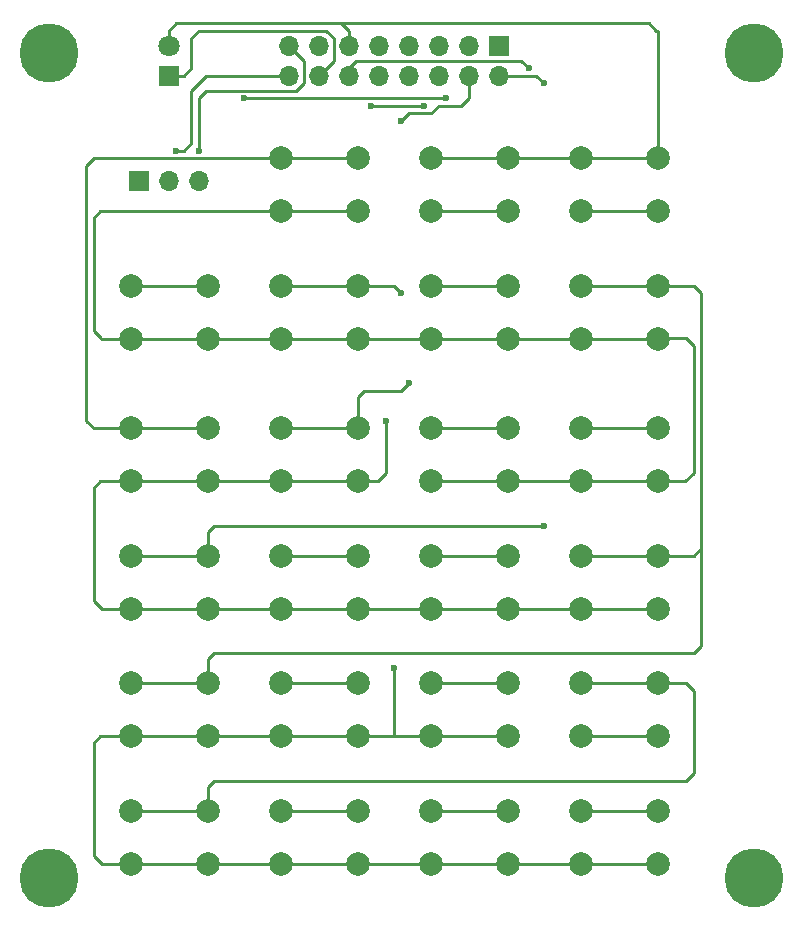
<source format=gtl>
G04 #@! TF.FileFunction,Copper,L1,Top,Signal*
%FSLAX46Y46*%
G04 Gerber Fmt 4.6, Leading zero omitted, Abs format (unit mm)*
G04 Created by KiCad (PCBNEW 4.0.7) date 09/06/19 15:29:48*
%MOMM*%
%LPD*%
G01*
G04 APERTURE LIST*
%ADD10C,0.100000*%
%ADD11R,1.800000X1.800000*%
%ADD12C,1.800000*%
%ADD13R,1.700000X1.700000*%
%ADD14O,1.700000X1.700000*%
%ADD15C,2.000000*%
%ADD16C,5.000000*%
%ADD17C,0.600000*%
%ADD18C,0.250000*%
G04 APERTURE END LIST*
D10*
D11*
X101600000Y-60325000D03*
D12*
X101600000Y-57785000D03*
D13*
X129540000Y-57785000D03*
D14*
X129540000Y-60325000D03*
X127000000Y-57785000D03*
X127000000Y-60325000D03*
X124460000Y-57785000D03*
X124460000Y-60325000D03*
X121920000Y-57785000D03*
X121920000Y-60325000D03*
X119380000Y-57785000D03*
X119380000Y-60325000D03*
X116840000Y-57785000D03*
X116840000Y-60325000D03*
X114300000Y-57785000D03*
X114300000Y-60325000D03*
X111760000Y-57785000D03*
X111760000Y-60325000D03*
D15*
X98425000Y-127055000D03*
X98425000Y-122555000D03*
X104925000Y-127055000D03*
X104925000Y-122555000D03*
X136525000Y-116260000D03*
X136525000Y-111760000D03*
X143025000Y-116260000D03*
X143025000Y-111760000D03*
X123825000Y-94670000D03*
X123825000Y-90170000D03*
X130325000Y-94670000D03*
X130325000Y-90170000D03*
X111125000Y-127055000D03*
X111125000Y-122555000D03*
X117625000Y-127055000D03*
X117625000Y-122555000D03*
X98425000Y-105465000D03*
X98425000Y-100965000D03*
X104925000Y-105465000D03*
X104925000Y-100965000D03*
X136525000Y-94670000D03*
X136525000Y-90170000D03*
X143025000Y-94670000D03*
X143025000Y-90170000D03*
X123825000Y-127055000D03*
X123825000Y-122555000D03*
X130325000Y-127055000D03*
X130325000Y-122555000D03*
X111125000Y-105465000D03*
X111125000Y-100965000D03*
X117625000Y-105465000D03*
X117625000Y-100965000D03*
X98425000Y-82605000D03*
X98425000Y-78105000D03*
X104925000Y-82605000D03*
X104925000Y-78105000D03*
X136525000Y-127055000D03*
X136525000Y-122555000D03*
X143025000Y-127055000D03*
X143025000Y-122555000D03*
X123825000Y-105465000D03*
X123825000Y-100965000D03*
X130325000Y-105465000D03*
X130325000Y-100965000D03*
X111125000Y-82605000D03*
X111125000Y-78105000D03*
X117625000Y-82605000D03*
X117625000Y-78105000D03*
X98425000Y-116260000D03*
X98425000Y-111760000D03*
X104925000Y-116260000D03*
X104925000Y-111760000D03*
X136525000Y-105465000D03*
X136525000Y-100965000D03*
X143025000Y-105465000D03*
X143025000Y-100965000D03*
X136525000Y-82605000D03*
X136525000Y-78105000D03*
X143025000Y-82605000D03*
X143025000Y-78105000D03*
X111125000Y-116260000D03*
X111125000Y-111760000D03*
X117625000Y-116260000D03*
X117625000Y-111760000D03*
X98425000Y-94670000D03*
X98425000Y-90170000D03*
X104925000Y-94670000D03*
X104925000Y-90170000D03*
X111125000Y-71810000D03*
X111125000Y-67310000D03*
X117625000Y-71810000D03*
X117625000Y-67310000D03*
X123825000Y-116260000D03*
X123825000Y-111760000D03*
X130325000Y-116260000D03*
X130325000Y-111760000D03*
X111125000Y-94670000D03*
X111125000Y-90170000D03*
X117625000Y-94670000D03*
X117625000Y-90170000D03*
X123825000Y-82605000D03*
X123825000Y-78105000D03*
X130325000Y-82605000D03*
X130325000Y-78105000D03*
X136525000Y-71810000D03*
X136525000Y-67310000D03*
X143025000Y-71810000D03*
X143025000Y-67310000D03*
X123825000Y-71810000D03*
X123825000Y-67310000D03*
X130325000Y-71810000D03*
X130325000Y-67310000D03*
D16*
X91440000Y-58420000D03*
X151130000Y-58420000D03*
X91440000Y-128270000D03*
X151130000Y-128270000D03*
D13*
X99060000Y-69215000D03*
D14*
X101600000Y-69215000D03*
X104140000Y-69215000D03*
D17*
X132080000Y-59690000D03*
X104140000Y-66675000D03*
X102235000Y-66675000D03*
X133350000Y-60960000D03*
X133350000Y-98425000D03*
X125095000Y-62230000D03*
X107950000Y-62230000D03*
X121285000Y-64135000D03*
X121285000Y-78740000D03*
X118745000Y-62865000D03*
X123190000Y-62865000D03*
X121920000Y-86360000D03*
X120650000Y-110490000D03*
X120015000Y-89535000D03*
D18*
X114300000Y-60325000D02*
X115570000Y-59055000D01*
X114935000Y-56515000D02*
X112395000Y-56515000D01*
X115570000Y-57150000D02*
X114935000Y-56515000D01*
X115570000Y-59055000D02*
X115570000Y-57150000D01*
X102870000Y-60325000D02*
X101600000Y-60325000D01*
X112395000Y-56515000D02*
X104140000Y-56515000D01*
X104140000Y-56515000D02*
X103505000Y-57150000D01*
X103505000Y-57150000D02*
X103505000Y-59690000D01*
X103505000Y-59690000D02*
X102870000Y-60325000D01*
X143025000Y-56515000D02*
X142875000Y-56515000D01*
X142875000Y-56515000D02*
X142240000Y-55880000D01*
X116205000Y-55880000D02*
X142240000Y-55880000D01*
X143025000Y-56515000D02*
X143025000Y-67310000D01*
X116840000Y-57785000D02*
X116840000Y-56515000D01*
X101600000Y-56515000D02*
X101600000Y-57785000D01*
X102235000Y-55880000D02*
X101600000Y-56515000D01*
X116205000Y-55880000D02*
X102235000Y-55880000D01*
X116840000Y-56515000D02*
X116205000Y-55880000D01*
X136525000Y-67310000D02*
X143025000Y-67310000D01*
X130325000Y-67310000D02*
X136525000Y-67310000D01*
X123825000Y-67310000D02*
X130325000Y-67310000D01*
X116840000Y-60325000D02*
X116840000Y-59690000D01*
X116840000Y-59690000D02*
X117475000Y-59055000D01*
X117475000Y-59055000D02*
X131445000Y-59055000D01*
X131445000Y-59055000D02*
X132080000Y-59690000D01*
X130325000Y-71810000D02*
X123825000Y-71810000D01*
X136525000Y-71810000D02*
X143025000Y-71810000D01*
X106045000Y-61595000D02*
X104775000Y-61595000D01*
X104140000Y-62230000D02*
X104140000Y-66675000D01*
X104775000Y-61595000D02*
X104140000Y-62230000D01*
X111760000Y-57785000D02*
X113030000Y-59055000D01*
X112395000Y-61595000D02*
X106045000Y-61595000D01*
X113030000Y-60960000D02*
X112395000Y-61595000D01*
X113030000Y-59055000D02*
X113030000Y-60960000D01*
X103505000Y-61595000D02*
X103505000Y-66040000D01*
X102870000Y-66675000D02*
X102235000Y-66675000D01*
X103505000Y-66040000D02*
X102870000Y-66675000D01*
X111760000Y-60325000D02*
X104775000Y-60325000D01*
X104775000Y-60325000D02*
X103505000Y-61595000D01*
X107315000Y-120015000D02*
X105410000Y-120015000D01*
X104925000Y-120500000D02*
X104925000Y-122555000D01*
X105410000Y-120015000D02*
X104925000Y-120500000D01*
X104925000Y-122555000D02*
X104925000Y-122405000D01*
X145415000Y-111760000D02*
X143025000Y-111760000D01*
X146050000Y-112395000D02*
X145415000Y-111760000D01*
X146050000Y-119380000D02*
X146050000Y-112395000D01*
X145415000Y-120015000D02*
X146050000Y-119380000D01*
X107315000Y-120015000D02*
X145415000Y-120015000D01*
X130325000Y-90170000D02*
X123825000Y-90170000D01*
X136525000Y-111760000D02*
X143025000Y-111760000D01*
X104925000Y-122555000D02*
X98425000Y-122555000D01*
X132715000Y-60325000D02*
X129540000Y-60325000D01*
X133350000Y-60960000D02*
X132715000Y-60325000D01*
X104925000Y-100965000D02*
X104925000Y-98910000D01*
X105410000Y-98425000D02*
X133350000Y-98425000D01*
X104925000Y-98910000D02*
X105410000Y-98425000D01*
X136525000Y-90170000D02*
X143025000Y-90170000D01*
X98425000Y-100965000D02*
X104925000Y-100965000D01*
X111125000Y-122555000D02*
X117625000Y-122555000D01*
X107950000Y-62230000D02*
X125095000Y-62230000D01*
X104925000Y-78105000D02*
X98425000Y-78105000D01*
X111125000Y-100965000D02*
X117625000Y-100965000D01*
X130325000Y-122555000D02*
X123825000Y-122555000D01*
X127000000Y-62230000D02*
X127000000Y-60325000D01*
X126365000Y-62865000D02*
X127000000Y-62230000D01*
X124460000Y-62865000D02*
X126365000Y-62865000D01*
X123825000Y-63500000D02*
X124460000Y-62865000D01*
X121920000Y-63500000D02*
X123825000Y-63500000D01*
X121285000Y-64135000D02*
X121920000Y-63500000D01*
X120650000Y-78105000D02*
X117625000Y-78105000D01*
X121285000Y-78740000D02*
X120650000Y-78105000D01*
X117625000Y-78105000D02*
X111125000Y-78105000D01*
X123825000Y-100965000D02*
X130325000Y-100965000D01*
X143025000Y-122555000D02*
X136525000Y-122555000D01*
X104925000Y-111760000D02*
X104925000Y-109705000D01*
X146685000Y-108585000D02*
X146685000Y-100330000D01*
X146050000Y-109220000D02*
X146685000Y-108585000D01*
X105410000Y-109220000D02*
X146050000Y-109220000D01*
X104925000Y-109705000D02*
X105410000Y-109220000D01*
X143025000Y-100965000D02*
X146050000Y-100965000D01*
X146050000Y-100965000D02*
X146685000Y-100330000D01*
X146050000Y-78105000D02*
X143025000Y-78105000D01*
X146685000Y-100330000D02*
X146685000Y-78740000D01*
X146685000Y-78740000D02*
X146050000Y-78105000D01*
X136525000Y-78105000D02*
X143025000Y-78105000D01*
X136525000Y-100965000D02*
X143025000Y-100965000D01*
X104925000Y-111760000D02*
X98425000Y-111760000D01*
X123190000Y-62865000D02*
X118745000Y-62865000D01*
X98425000Y-90170000D02*
X95250000Y-90170000D01*
X95250000Y-67310000D02*
X111125000Y-67310000D01*
X94615000Y-67945000D02*
X95250000Y-67310000D01*
X94615000Y-89535000D02*
X94615000Y-67945000D01*
X95250000Y-90170000D02*
X94615000Y-89535000D01*
X111125000Y-67310000D02*
X117625000Y-67310000D01*
X104925000Y-90170000D02*
X98425000Y-90170000D01*
X117625000Y-111760000D02*
X111125000Y-111760000D01*
X117625000Y-90170000D02*
X117625000Y-87480000D01*
X121285000Y-86995000D02*
X121920000Y-86360000D01*
X118110000Y-86995000D02*
X121285000Y-86995000D01*
X117625000Y-87480000D02*
X118110000Y-86995000D01*
X130325000Y-78105000D02*
X123825000Y-78105000D01*
X117625000Y-90170000D02*
X111125000Y-90170000D01*
X130325000Y-111760000D02*
X123825000Y-111760000D01*
X120650000Y-116260000D02*
X120650000Y-110490000D01*
X95885000Y-116260000D02*
X95830000Y-116260000D01*
X95250000Y-126365000D02*
X95940000Y-127055000D01*
X95250000Y-116840000D02*
X95250000Y-126365000D01*
X95830000Y-116260000D02*
X95250000Y-116840000D01*
X95885000Y-116260000D02*
X98425000Y-116260000D01*
X98425000Y-127055000D02*
X95940000Y-127055000D01*
X123825000Y-116260000D02*
X130325000Y-116260000D01*
X117625000Y-116260000D02*
X120650000Y-116260000D01*
X120650000Y-116260000D02*
X123825000Y-116260000D01*
X111125000Y-116260000D02*
X117625000Y-116260000D01*
X104925000Y-116260000D02*
X111125000Y-116260000D01*
X98425000Y-116260000D02*
X104925000Y-116260000D01*
X136525000Y-127055000D02*
X143025000Y-127055000D01*
X130325000Y-127055000D02*
X136525000Y-127055000D01*
X123825000Y-127055000D02*
X130325000Y-127055000D01*
X117625000Y-127055000D02*
X123825000Y-127055000D01*
X111125000Y-127055000D02*
X117625000Y-127055000D01*
X104925000Y-127055000D02*
X111125000Y-127055000D01*
X98425000Y-127055000D02*
X104925000Y-127055000D01*
X119325000Y-94670000D02*
X117625000Y-94670000D01*
X120015000Y-93980000D02*
X120015000Y-89535000D01*
X119325000Y-94670000D02*
X120015000Y-93980000D01*
X95885000Y-94670000D02*
X95830000Y-94670000D01*
X95250000Y-104775000D02*
X95940000Y-105465000D01*
X95250000Y-95250000D02*
X95250000Y-104775000D01*
X95830000Y-94670000D02*
X95250000Y-95250000D01*
X95885000Y-94670000D02*
X98425000Y-94670000D01*
X117625000Y-105465000D02*
X123825000Y-105465000D01*
X98425000Y-105465000D02*
X95940000Y-105465000D01*
X111125000Y-94670000D02*
X117625000Y-94670000D01*
X104925000Y-94670000D02*
X111125000Y-94670000D01*
X98425000Y-94670000D02*
X104925000Y-94670000D01*
X136525000Y-105465000D02*
X143025000Y-105465000D01*
X130325000Y-105465000D02*
X136525000Y-105465000D01*
X123825000Y-105465000D02*
X130325000Y-105465000D01*
X111125000Y-105465000D02*
X117625000Y-105465000D01*
X104925000Y-105465000D02*
X111125000Y-105465000D01*
X98425000Y-105465000D02*
X104925000Y-105465000D01*
X136525000Y-116260000D02*
X143025000Y-116260000D01*
X143025000Y-94670000D02*
X145360000Y-94670000D01*
X145415000Y-82550000D02*
X143080000Y-82550000D01*
X146050000Y-83185000D02*
X145415000Y-82550000D01*
X146050000Y-93980000D02*
X146050000Y-83185000D01*
X145360000Y-94670000D02*
X146050000Y-93980000D01*
X143080000Y-82550000D02*
X143025000Y-82605000D01*
X95250000Y-73025000D02*
X95250000Y-72390000D01*
X98425000Y-82605000D02*
X95885000Y-82605000D01*
X95885000Y-82550000D02*
X95250000Y-81915000D01*
X95250000Y-81915000D02*
X95250000Y-73025000D01*
X95885000Y-82605000D02*
X95885000Y-82550000D01*
X96520000Y-71810000D02*
X111125000Y-71810000D01*
X95830000Y-71810000D02*
X96520000Y-71810000D01*
X95250000Y-72390000D02*
X95830000Y-71810000D01*
X111125000Y-71810000D02*
X117625000Y-71810000D01*
X136525000Y-82605000D02*
X143025000Y-82605000D01*
X130325000Y-82605000D02*
X136525000Y-82605000D01*
X123825000Y-82605000D02*
X130325000Y-82605000D01*
X117625000Y-82605000D02*
X123825000Y-82605000D01*
X111125000Y-82605000D02*
X117625000Y-82605000D01*
X104925000Y-82605000D02*
X111125000Y-82605000D01*
X98425000Y-82605000D02*
X104925000Y-82605000D01*
X136525000Y-94670000D02*
X143025000Y-94670000D01*
X130325000Y-94670000D02*
X136525000Y-94670000D01*
X123825000Y-94670000D02*
X130325000Y-94670000D01*
M02*

</source>
